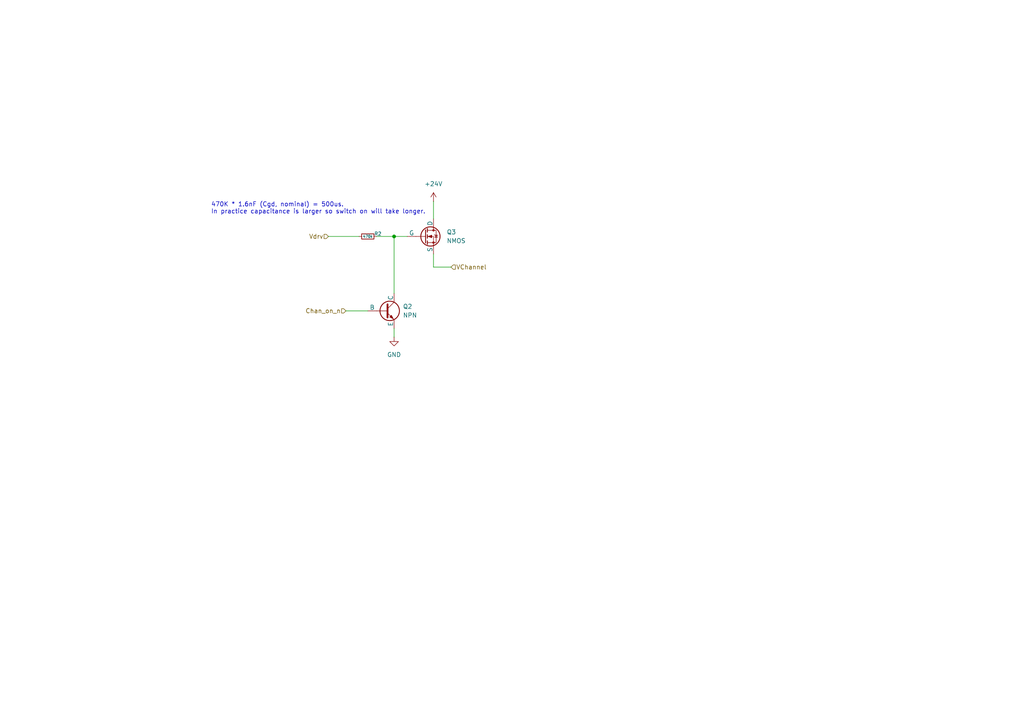
<source format=kicad_sch>
(kicad_sch (version 20250114) (generator "eeschema") (generator_version "9.0")
  (paper "A4")
  (lib_symbols
    (symbol "Bluesat:R_CompactH" (pin_numbers (hide yes)) (pin_names (offset 0.254) (hide yes))
      (property "Reference" "R" (at 1.8415 0.1905 0))
      (property "Value" "R_CompactH" (at 0 0 0))
      (symbol "R_CompactH_0_1"
        (rectangle (start -1.778 -0.762) (end 1.778 0.762) (stroke (width 0.2032)))
      )
      (symbol "R_CompactH_1_1"
        (pin passive line (at -2.54 0 0) (length 0.762) (name "~") (number "1"))
        (pin passive line (at 2.54 0 180) (length 0.762) (name "~") (number "2"))
      )
    )
    (symbol "Simulation_SPICE:NMOS" (pin_numbers (hide yes)) (pin_names (offset 0))
      (property "Reference" "Q" (at 5.08 1.27 0))
      (property "Value" "NMOS" (at 5.08 -1.27 0))
      (symbol "NMOS_0_1"
        (polyline (pts (xy 0.254 1.905) (xy 0.254 -1.905)) (stroke (width 0.254)))
        (polyline (pts (xy 0.254 0) (xy -2.54 0)))
        (polyline (pts (xy 0.762 2.286) (xy 0.762 1.27)) (stroke (width 0.254)))
        (polyline (pts (xy 0.762 0.508) (xy 0.762 -0.508)) (stroke (width 0.254)))
        (polyline (pts (xy 0.762 -1.27) (xy 0.762 -2.286)) (stroke (width 0.254)))
        (polyline (pts (xy 0.762 -1.778) (xy 3.302 -1.778) (xy 3.302 1.778) (xy 0.762 1.778)))
        (polyline (pts (xy 1.016 0) (xy 2.032 0.381) (xy 2.032 -0.381) (xy 1.016 0)) (fill (type outline)))
        (circle (center 1.651 0) (radius 2.794) (stroke (width 0.254)))
        (polyline (pts (xy 2.54 2.54) (xy 2.54 1.778)))
        (circle (center 2.54 1.778) (radius 0.254) (fill (type outline)))
        (circle (center 2.54 -1.778) (radius 0.254) (fill (type outline)))
        (polyline (pts (xy 2.54 -2.54) (xy 2.54 0) (xy 0.762 0)))
        (polyline (pts (xy 2.794 0.508) (xy 2.921 0.381) (xy 3.683 0.381) (xy 3.81 0.254)))
        (polyline (pts (xy 3.302 0.381) (xy 2.921 -0.254) (xy 3.683 -0.254) (xy 3.302 0.381)))
      )
      (symbol "NMOS_1_1"
        (pin input line (at -5.08 0 0) (length 2.54) (name "G") (number "2"))
        (pin passive line (at 2.54 5.08 270) (length 2.54) (name "D") (number "1"))
        (pin passive line (at 2.54 -5.08 90) (length 2.54) (name "S") (number "3"))
      )
    )
    (symbol "Simulation_SPICE:NPN" (pin_numbers (hide yes)) (pin_names (offset 0))
      (property "Reference" "Q" (at -2.54 7.62 0))
      (property "Value" "NPN" (at -2.54 5.08 0))
      (symbol "NPN_0_1"
        (polyline (pts (xy -2.54 0) (xy 0.635 0)) (stroke (width 0.1524)))
        (polyline (pts (xy 0.635 1.905) (xy 0.635 -1.905) (xy 0.635 -1.905)) (stroke (width 0.508)))
        (polyline (pts (xy 0.635 0.635) (xy 2.54 2.54)))
        (polyline (pts (xy 0.635 -0.635) (xy 2.54 -2.54) (xy 2.54 -2.54)))
        (circle (center 1.27 0) (radius 2.8194) (stroke (width 0.254)))
        (polyline (pts (xy 1.27 -1.778) (xy 1.778 -1.27) (xy 2.286 -2.286) (xy 1.27 -1.778) (xy 1.27 -1.778)) (fill (type outline)))
        (polyline (pts (xy 2.794 -1.27) (xy 2.794 -1.27)) (stroke (width 0.1524)))
        (polyline (pts (xy 2.794 -1.27) (xy 2.794 -1.27)) (stroke (width 0.1524)))
      )
      (symbol "NPN_1_1"
        (pin input line (at -5.08 0 0) (length 2.54) (name "B") (number "2"))
        (pin open_collector line (at 2.54 5.08 270) (length 2.54) (name "C") (number "1"))
        (pin open_emitter line (at 2.54 -5.08 90) (length 2.54) (name "E") (number "3"))
      )
    )
    (symbol "power:+24V" (power) (pin_numbers (hide yes)) (pin_names (offset 0) (hide yes))
      (property "Value" "+24V" (at 0 3.556 0))
      (symbol "+24V_0_1"
        (polyline (pts (xy -0.762 1.27) (xy 0 2.54)))
        (polyline (pts (xy 0 2.54) (xy 0.762 1.27)))
        (polyline (pts (xy 0 0) (xy 0 2.54)))
      )
      (symbol "+24V_1_1"
        (pin power_in line (at 0 0 90) (length 0) (name "~") (number "1"))
      )
    )
    (symbol "power:GND" (power) (pin_numbers (hide yes)) (pin_names (offset 0) (hide yes))
      (property "Value" "GND" (at 0 -3.81 0))
      (symbol "GND_0_1"
        (polyline (pts (xy 0 0) (xy 0 -1.27) (xy 1.27 -1.27) (xy 0 -2.54) (xy -1.27 -1.27) (xy 0 -1.27)))
      )
      (symbol "GND_1_1"
        (pin power_in line (at 0 0 270) (length 0) (name "~") (number "1"))
      )
    )
  )
  (text "470K * 1.6nF (Cgd, nominal) = 500us.\nIn practice capacitance is larger so switch on will take longer." (at 61.214 60.452 0) (effects (font (size 1.27 1.27)) (justify left)))
  (junction (at 114.3 68.58))
  (wire (pts (xy 125.73 73.66) (xy 125.73 77.47)))
  (wire (pts (xy 114.3 68.58) (xy 118.11 68.58)))
  (wire (pts (xy 125.73 77.47) (xy 130.81 77.47)))
  (wire (pts (xy 109.22 68.58) (xy 114.3 68.58)))
  (wire (pts (xy 95.25 68.58) (xy 104.14 68.58)))
  (wire (pts (xy 114.3 95.25) (xy 114.3 97.79)))
  (wire (pts (xy 100.33 90.17) (xy 106.68 90.17)))
  (wire (pts (xy 114.3 85.09) (xy 114.3 68.58)))
  (wire (pts (xy 125.73 58.42) (xy 125.73 63.5)))
  (hierarchical_label "Vdrv" (shape input) (at 95.25 68.58 180))
  (hierarchical_label "VChannel" (shape input) (at 130.81 77.47 0))
  (hierarchical_label "Chan_on_n" (shape input) (at 100.33 90.17 180))
  (symbol (lib_id "Simulation_SPICE:NPN") (at 111.76 90.17 0) (unit 1)
    (property "Reference" "Q2" (at 116.84 88.8999 0) (effects (justify left)))
    (property "Value" "NPN" (at 116.84 91.4399 0) (effects (justify left)))
    (property "Datasheet" "https://ngspice.sourceforge.io/docs/ngspice-html-manual/manual.xhtml#cha_BJTs" (effects (hide yes)))
    (property "Description" "Bipolar transistor symbol for simulation only, substrate tied to the emitter" (effects (hide yes)))
    (property "Sim.Device" "NPN" (effects (hide yes)))
    (property "Sim.Type" "GUMMELPOON" (effects (hide yes)))
    (property "Sim.Pins" "1=C 2=B 3=E" (effects (hide yes)))
  )
  (symbol (lib_id "power:+24V") (at 125.73 58.42 0) (unit 1)
    (property "Reference" "#PWR06" (effects (hide yes)))
    (property "Value" "+24V" (at 125.73 53.34 0))
    (property "Description" "Power symbol creates a global label with name \"+24V\"" (effects (hide yes)))
  )
  (symbol (lib_id "Simulation_SPICE:NMOS") (at 123.19 68.58 0) (unit 1)
    (property "Reference" "Q3" (at 129.54 67.3099 0) (effects (justify left)))
    (property "Value" "NMOS" (at 129.54 69.8499 0) (effects (justify left)))
    (property "Datasheet" "https://ngspice.sourceforge.io/docs/ngspice-html-manual/manual.xhtml#cha_MOSFETs" (effects (hide yes)))
    (property "Description" "N-MOSFET transistor, drain/source/gate" (effects (hide yes)))
    (property "Sim.Device" "NMOS" (effects (hide yes)))
    (property "Sim.Type" "VDMOS" (effects (hide yes)))
    (property "Sim.Pins" "1=D 2=G 3=S" (effects (hide yes)))
  )
  (symbol (lib_id "power:GND") (at 114.3 97.79 0) (unit 1)
    (property "Reference" "#PWR05" (effects (hide yes)))
    (property "Value" "GND" (at 114.3 102.87 0))
    (property "Description" "Power symbol creates a global label with name \"GND\" , ground" (effects (hide yes)))
  )
  (symbol (lib_id "Bluesat:R_CompactH") (at 106.68 68.58 0) (unit 1)
    (property "Reference" "R2" (at 108.5215 68.3895 0) (effects (font (size 1.016 1.016)) (justify left bottom)))
    (property "Value" "470k" (at 106.68 68.58 0) (effects (font (size 0.762 0.762))))
    (property "Description" "Resistor, compact symbol" (effects (hide yes)))
  )
)
</source>
